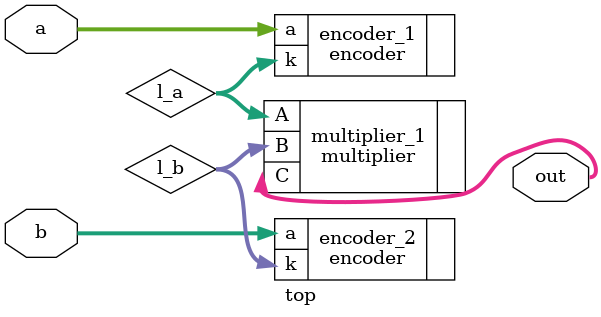
<source format=v>
module top (
    input [7:0] a,
    input [7:0] b,
    output [5:0] out
);
    wire [2:0] l_a, l_b;
    encoder encoder_1(.a(a), .k(l_a));
    encoder encoder_2(.a(b), .k(l_b));
    multiplier multiplier_1(.A(l_a),.B(l_b),.C(out));

endmodule

</source>
